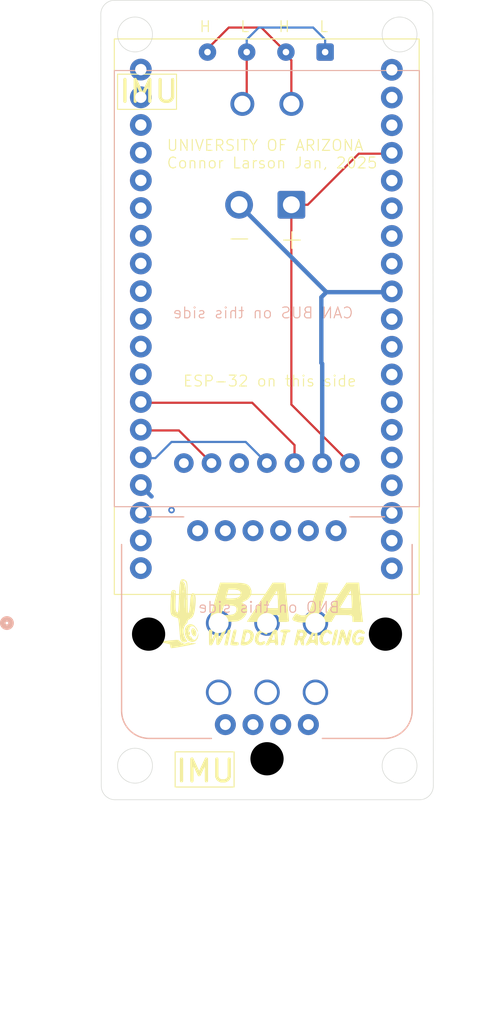
<source format=kicad_pcb>
(kicad_pcb (version 20240108) (generator "pcbnew") (generator_version "8.0")
  (layers (0 "F.Cu" signal) (31 "B.Cu" signal) (34 "B.Paste" user) (35 "F.Paste" user) (36 "B.SilkS" user "B.Silkscreen") (37 "F.SilkS" user "F.Silkscreen") (38 "B.Mask" user) (39 "F.Mask" user) (44 "Edge.Cuts" user))
  (net 0 "")
  (net 6 "GND")
  (net 7 "unconnected-(UNIT_1-TXD0-PadJ3-4)")
  (net 16 "SI")
  (net 26 "CS")
  (net 33 "+5v")
  (net 34 "SCK")
  (net 35 "SDA")
  (net 36 "SO")
  (net 37 "SCL")
  (net 44 "Low")
  (net 45 "High")
  (footprint "Connector_Wire:SolderWire-0.75sqmm_1x02_P4.8mm_D1.25mm_OD2.3mm" (layer "F.Cu") (at 131.75 76.5 180)
    (property "Reference" "J1" (hide yes))
    (property "Value" "Conn_01x02")
    (pad "1" thru_hole roundrect (at 0 0 180) (size 2.55 2.55) (drill 1.55) (layers "*.Cu" "*.Mask") (roundrect_rratio 0.098039) (net 33 "+5v"))
    (pad "2" thru_hole circle (at 4.8 0 180) (size 2.55 2.55) (drill 1.55) (layers "*.Cu" "*.Mask") (net 6 "GND"))
  )
  (footprint "BAJA SAE:Baja Logo" (layer "F.Cu") (at 129 114)
    (property "Reference" "G***" (hide yes))
    (property "Value" "LOGO" (hide yes))
    (fp_poly (pts (xy -6.150348 1.386464) (xy -6.047882 1.527298) (xy -5.981696 1.710629) (xy -5.972291 1.894405) (xy -5.978448 1.925236) (xy -6.052756 2.061477) (xy -6.163169 2.089719) (xy -6.284948 2.013076) (xy -6.375404 1.875262) (xy -6.439841 1.66625) (xy -6.434342 1.485397) (xy -6.365006 1.363829) (xy -6.268591 1.330174)) (fill solid) (layer "F.SilkS"))
    (fp_poly (pts (xy 6.957772 1.460167) (xy 7.000893 1.483375) (xy 7.016623 1.546401) (xy 7.004794 1.669164) (xy 6.965236 1.871582) (xy 6.89778 2.173575) (xy 6.88071 2.248628) (xy 6.811382 2.539312) (xy 6.755864 2.727888) (xy 6.704498 2.836742) (xy 6.647628 2.888258) (xy 6.59872 2.902286) (xy 6.4878 2.887686) (xy 6.460848 2.840987) (xy 6.473704 2.747978) (xy 6.508416 2.561267) (xy 6.559204 2.310781) (xy 6.602392 2.108152) (xy 6.668095 1.816411) (xy 6.719312 1.627234) (xy 6.765593 1.518802) (xy 6.816485 1.469297) (xy 6.881539 1.4569) (xy 6.887429 1.456858)) (fill solid) (layer "F.SilkS"))
    (fp_poly (pts (xy -2.822678 1.477591) (xy -2.808262 1.553555) (xy -2.812183 1.567706) (xy -2.839246 1.67266) (xy -2.8832 1.859133) (xy -2.936797 2.09447) (xy -2.992791 2.346015) (xy -3.043934 2.581116) (xy -3.082979 2.767117) (xy -3.102678 2.871364) (xy -3.10374 2.881374) (xy -3.158212 2.905475) (xy -3.266363 2.913716) (xy -3.383359 2.893443) (xy -3.401988 2.819312) (xy -3.39792 2.802868) (xy -3.371381 2.695621) (xy -3.325314 2.497498) (xy -3.267295 2.241373) (xy -3.230098 2.074439) (xy -3.165654 1.792866) (xy -3.115689 1.612884) (xy -3.069457 1.511936) (xy -3.016215 1.467465) (xy -2.945217 1.456916) (xy -2.935918 1.456858)) (fill solid) (layer "F.SilkS"))
    (fp_poly (pts (xy -2.346638 1.462554) (xy -2.303175 1.49419) (xy -2.292639 1.57359) (xy -2.314263 1.722575) (xy -2.367283 1.96297) (xy -2.401021 2.10611) (xy -2.517416 2.597007) (xy -2.303845 2.597007) (xy -2.157459 2.609929) (xy -2.099026 2.667304) (xy -2.090274 2.755361) (xy -2.098321 2.843123) (xy -2.142293 2.890506) (xy -2.251938 2.909904) (xy -2.457003 2.913712) (xy -2.470324 2.913716) (xy -2.712693 2.901845) (xy -2.833998 2.865773) (xy -2.850374 2.836581) (xy -2.837537 2.745507) (xy -2.802871 2.560476) (xy -2.752144 2.31117) (xy -2.70883 2.108152) (xy -2.643127 1.816411) (xy -2.59191 1.627234) (xy -2.545629 1.518802) (xy -2.494737 1.469297) (xy -2.429683 1.4569) (xy -2.423793 1.456858)) (fill solid) (layer "F.SilkS"))
    (fp_poly (pts (xy 0.355407 1.513633) (xy 0.443392 1.583541) (xy 0.54756 1.735184) (xy 0.550654 1.849614) (xy 0.47488 1.902403) (xy 0.342443 1.869121) (xy 0.247058 1.799528) (xy 0.098141 1.727697) (xy -0.045245 1.776957) (xy -0.17296 1.941798) (xy -0.223826 2.055366) (xy -0.284763 2.300847) (xy -0.270221 2.490533) (xy -0.190875 2.60739) (xy -0.057399 2.634384) (xy 0.098129 2.569119) (xy 0.211454 2.509435) (xy 0.284349 2.531512) (xy 0.324681 2.574942) (xy 0.368261 2.659187) (xy 0.322552 2.739776) (xy 0.260131 2.794292) (xy 0.049326 2.894385) (xy -0.186056 2.900905) (xy -0.395444 2.814512) (xy -0.430681 2.785279) (xy -0.571893 2.593057) (xy -0.6137 2.358739) (xy -0.56967 2.088771) (xy -0.452454 1.816995) (xy -0.278424 1.612165) (xy -0.070494 1.485709) (xy 0.148421 1.449056)) (fill solid) (layer "F.SilkS"))
    (fp_poly (pts (xy 2.455012 1.460389) (xy 2.586365 1.476268) (xy 2.645695 1.512426) (xy 2.660296 1.576793) (xy 2.66035 1.583541) (xy 2.622098 1.683843) (xy 2.506264 1.710224) (xy 2.432972 1.713375) (xy 2.379725 1.73687) (xy 2.336976 1.801777) (xy 2.295178 1.929164) (xy 2.244782 2.140095) (xy 2.183314 2.422818) (xy 2.126885 2.669055) (xy 2.079861 2.815891) (xy 2.028931 2.888555) (xy 1.960786 2.912278) (xy 1.924355 2.913716) (xy 1.8136 2.893279) (xy 1.796567 2.808646) (xy 1.803985 2.771197) (xy 1.894675 2.37571) (xy 1.959176 2.089808) (xy 2.000488 1.8998) (xy 2.02161 1.791995) (xy 2.025997 1.75773) (xy 1.972666 1.721517) (xy 1.874509 1.710224) (xy 1.764316 1.689117) (xy 1.749775 1.606875) (xy 1.755213 1.583541) (xy 1.787817 1.515898) (xy 1.860819 1.477535) (xy 2.00364 1.460508) (xy 2.224346 1.456858)) (fill solid) (layer "F.SilkS"))
    (fp_poly (pts (xy 6.205096 1.4923) (xy 6.356917 1.579925) (xy 6.468548 1.691676) (xy 6.506446 1.7995) (xy 6.495417 1.832218) (xy 6.396028 1.894352) (xy 6.26904 1.882874) (xy 6.184576 1.805237) (xy 6.100219 1.71743) (xy 5.97428 1.724556) (xy 5.83852 1.818257) (xy 5.763396 1.916085) (xy 5.670025 2.135006) (xy 5.64154 2.353717) (xy 5.680018 2.530775) (xy 5.72938 2.594485) (xy 5.842465 2.634712) (xy 5.973941 2.621813) (xy 6.066737 2.566721) (xy 6.080798 2.527169) (xy 6.125728 2.501538) (xy 6.205123 2.532403) (xy 6.293289 2.624702) (xy 6.264332 2.730865) (xy 6.123867 2.833372) (xy 6.106004 2.841794) (xy 5.839435 2.909628) (xy 5.606387 2.856038) (xy 5.476174 2.758241) (xy 5.350908 2.552172) (xy 5.319253 2.3055) (xy 5.368684 2.046792) (xy 5.486681 1.804615) (xy 5.66072 1.607537) (xy 5.87828 1.484126) (xy 6.046628 1.456858)) (fill solid) (layer "F.SilkS"))
    (fp_poly (pts (xy -1.024944 1.501421) (xy -0.822571 1.632283) (xy -0.714477 1.845199) (xy -0.696856 2.008218) (xy -0.752663 2.342767) (xy -0.910193 2.61271) (xy -1.155059 2.804103) (xy -1.472873 2.902999) (xy -1.631047 2.913617) (xy -1.806249 2.902678) (xy -1.885805 2.86154) (xy -1.900608 2.802868) (xy -1.887482 2.695842) (xy -1.855135 2.516204) (xy -1.566087 2.516204) (xy -1.555521 2.587209) (xy -1.470151 2.603361) (xy -1.345574 2.571932) (xy -1.217391 2.500198) (xy -1.144747 2.430111) (xy -1.045523 2.240956) (xy -1.01425 2.039455) (xy -1.051485 1.867257) (xy -1.135985 1.775794) (xy -1.263012 1.722621) (xy -1.346135 1.741367) (xy -1.404779 1.849848) (xy -1.458364 2.065878) (xy -1.459807 2.072813) (xy -1.505953 2.283908) (xy -1.546356 2.449647) (xy -1.566087 2.516204) (xy -1.855135 2.516204) (xy -1.851884 2.498149) (xy -1.799978 2.242524) (xy -1.763454 2.074439) (xy -1.625942 1.456858) (xy -1.316825 1.456858)) (fill solid) (layer "F.SilkS"))
    (fp_poly (pts (xy -7.654053 2.402296) (xy -7.581566 2.422053) (xy -7.554846 2.453547) (xy -7.481472 2.533546) (xy -7.336969 2.63141) (xy -7.276328 2.66441) (xy -7.114003 2.739091) (xy -7.009127 2.753137) (xy -6.910047 2.710302) (xy -6.882959 2.693004) (xy -6.744629 2.631889) (xy -6.592145 2.647756) (xy -6.533611 2.666556) (xy -6.340888 2.70434) (xy -6.168493 2.695843) (xy -6.049475 2.683125) (xy -6.030868 2.732256) (xy -6.096009 2.761441) (xy -6.262066 2.806111) (xy -6.504881 2.861618) (xy -6.800297 2.923312) (xy -7.124156 2.986546) (xy -7.4523 3.04667) (xy -7.760573 3.099035) (xy -8.024816 3.138994) (xy -8.220872 3.161897) (xy -8.28192 3.165433) (xy -8.339884 3.111051) (xy -8.361097 2.981548) (xy -8.369818 2.875834) (xy -8.415829 2.811557) (xy -8.5289 2.767868) (xy -8.725311 2.726489) (xy -8.963523 2.677714) (xy -9.180743 2.627779) (xy -9.279551 2.601781) (xy -9.469576 2.546598) (xy -9.279551 2.536449) (xy -9.1417 2.525849) (xy -8.911272 2.504754) (xy -8.621633 2.476328) (xy -8.338593 2.447166) (xy -8.012126 2.415019) (xy -7.79076 2.400007)) (fill solid) (layer "F.SilkS"))
    (fp_poly (pts (xy 9.207495 1.492935) (xy 9.37541 1.583063) (xy 9.48301 1.700087) (xy 9.501247 1.766789) (xy 9.45167 1.843228) (xy 9.337711 1.864441) (xy 9.211533 1.824864) (xy 9.179918 1.801055) (xy 9.028503 1.730662) (xy 8.877139 1.779111) (xy 8.742338 1.939636) (xy 8.715589 1.991327) (xy 8.639537 2.221473) (xy 8.630229 2.422378) (xy 8.676953 2.574111) (xy 8.768995 2.656737) (xy 8.895641 2.650323) (xy 9.021661 2.560812) (xy 9.111341 2.43708) (xy 9.088575 2.36285) (xy 8.98987 2.343641) (xy 8.888897 2.30952) (xy 8.879568 2.232793) (xy 8.943683 2.16178) (xy 9.075882 2.112808) (xy 9.231617 2.091225) (xy 9.36634 2.102378) (xy 9.4355 2.151615) (xy 9.437552 2.165809) (xy 9.405842 2.372543) (xy 9.32721 2.58937) (xy 9.224056 2.762192) (xy 9.167983 2.816836) (xy 8.961031 2.89987) (xy 8.731289 2.90188) (xy 8.533045 2.825121) (xy 8.489392 2.788643) (xy 8.357929 2.577212) (xy 8.318562 2.324919) (xy 8.359741 2.06068) (xy 8.469916 1.813412) (xy 8.637538 1.612034) (xy 8.851057 1.485463) (xy 9.021312 1.456858)) (fill solid) (layer "F.SilkS"))
    (fp_poly (pts (xy 5.020255 1.461094) (xy 5.075902 1.490704) (xy 5.10944 1.571035) (xy 5.13158 1.727438) (xy 5.152577 1.979426) (xy 5.179115 2.342223) (xy 5.191882 2.597467) (xy 5.189332 2.763698) (xy 5.16992 2.859457) (xy 5.132102 2.903283) (xy 5.07472 2.913716) (xy 4.96326 2.860216) (xy 4.922296 2.787032) (xy 4.860142 2.693914) (xy 4.718542 2.661192) (xy 4.676778 2.660349) (xy 4.476818 2.701378) (xy 4.385274 2.787032) (xy 4.299995 2.863591) (xy 4.184156 2.911837) (xy 4.086407 2.917976) (xy 4.053866 2.88099) (xy 4.08067 2.814998) (xy 4.153762 2.658936) (xy 4.262158 2.435732) (xy 4.304179 2.351063) (xy 4.636469 2.351063) (xy 4.699482 2.402436) (xy 4.750624 2.406982) (xy 4.827915 2.389735) (xy 4.864952 2.316822) (xy 4.874827 2.15649) (xy 4.874652 2.10611) (xy 4.871997 1.805237) (xy 4.750624 2.026932) (xy 4.653516 2.230771) (xy 4.636469 2.351063) (xy 4.304179 2.351063) (xy 4.394876 2.168316) (xy 4.402774 2.152561) (xy 4.551753 1.859899) (xy 4.660391 1.662891) (xy 4.742897 1.54285) (xy 4.813479 1.481094) (xy 4.886344 1.458936) (xy 4.93179 1.456858)) (fill solid) (layer "F.SilkS"))
    (fp_poly (pts (xy 5.89815 -2.848279) (xy 6.065337 -2.842738) (xy 6.14227 -2.834871) (xy 6.14414 -2.833356) (xy 6.127466 -2.770319) (xy 6.080685 -2.602689) (xy 6.008653 -2.347632) (xy 5.916231 -2.022317) (xy 5.808276 -1.643911) (xy 5.738362 -1.399549) (xy 5.582521 -0.867181) (xy 5.448838 -0.442981) (xy 5.32988 -0.111937) (xy 5.218217 0.140961) (xy 5.106415 0.330724) (xy 4.987042 0.472365) (xy 4.852667 0.580894) (xy 4.718953 0.659446) (xy 4.456025 0.750201) (xy 4.117854 0.80214) (xy 3.75023 0.813864) (xy 3.39894 0.783978) (xy 3.109773 0.711085) (xy 3.103741 0.708702) (xy 2.916407 0.615394) (xy 2.838881 0.514133) (xy 2.866817 0.380738) (xy 2.995866 0.191029) (xy 3.007933 0.17582) (xy 3.181857 -0.042153) (xy 3.412001 0.077931) (xy 3.687388 0.164257) (xy 3.965738 0.154053) (xy 4.207034 0.05142) (xy 4.280828 -0.011105) (xy 4.370625 -0.152893) (xy 4.478204 -0.414035) (xy 4.604411 -0.796755) (xy 4.686906 -1.076808) (xy 4.791264 -1.442091) (xy 4.89513 -1.804171) (xy 4.988072 -2.126776) (xy 5.059658 -2.373635) (xy 5.074036 -2.422818) (xy 5.19938 -2.850374) (xy 5.67176 -2.850374)) (fill solid) (layer "F.SilkS"))
    (fp_poly (pts (xy 3.894099 1.498215) (xy 4.083145 1.610966) (xy 4.173425 1.77813) (xy 4.155549 1.982728) (xy 4.026619 2.200148) (xy 3.925582 2.350187) (xy 3.896407 2.505876) (xy 3.908276 2.648399) (xy 3.924104 2.81556) (xy 3.902887 2.892472) (xy 3.831572 2.913277) (xy 3.806851 2.913716) (xy 3.716757 2.902912) (xy 3.660095 2.849956) (xy 3.616109 2.724027) (xy 3.582887 2.581172) (xy 3.524409 2.439744) (xy 3.449901 2.413998) (xy 3.37844 2.497896) (xy 3.332784 2.660349) (xy 3.287711 2.834899) (xy 3.217174 2.907642) (xy 3.176891 2.913716) (xy 3.059293 2.895195) (xy 3.02365 2.875852) (xy 3.003638 2.788899) (xy 3.008833 2.765004) (xy 3.031644 2.674952) (xy 3.074387 2.491645) (xy 3.130025 2.245607) (xy 3.168023 2.074439) (xy 3.18804 1.983634) (xy 3.484761 1.983634) (xy 3.514568 2.066056) (xy 3.626184 2.081717) (xy 3.65798 2.078646) (xy 3.788545 2.038213) (xy 3.831059 1.935394) (xy 3.83217 1.901117) (xy 3.789799 1.761824) (xy 3.713077 1.720695) (xy 3.579793 1.748595) (xy 3.499208 1.875276) (xy 3.484761 1.983634) (xy 3.18804 1.983634) (xy 3.304165 1.456858) (xy 3.615674 1.456858)) (fill solid) (layer "F.SilkS"))
    (fp_poly (pts (xy 7.519941 1.473388) (xy 7.583573 1.540112) (xy 7.644939 1.682729) (xy 7.707912 1.884414) (xy 7.833036 2.31197) (xy 7.926971 1.900249) (xy 7.986169 1.671561) (xy 8.04269 1.540953) (xy 8.111274 1.481026) (xy 8.159331 1.468288) (xy 8.23331 1.466029) (xy 8.276722 1.497477) (xy 8.289397 1.580839) (xy 8.271162 1.734318) (xy 8.221847 1.976121) (xy 8.151692 2.280299) (xy 8.081666 2.562673) (xy 8.025217 2.743494) (xy 7.972052 2.845621) (xy 7.911875 2.891914) (xy 7.871774 2.901901) (xy 7.789399 2.896721) (xy 7.728109 2.835418) (xy 7.669708 2.692006) (xy 7.62785 2.553521) (xy 7.551761 2.300162) (xy 7.496906 2.166361) (xy 7.452837 2.149017) (xy 7.409105 2.245031) (xy 7.355263 2.451303) (xy 7.350502 2.471231) (xy 7.289471 2.698643) (xy 7.232101 2.828492) (xy 7.162959 2.888447) (xy 7.1101 2.902286) (xy 6.999437 2.904345) (xy 6.967581 2.88578) (xy 6.980669 2.808443) (xy 7.015105 2.64041) (xy 7.063653 2.414399) (xy 7.119075 2.163129) (xy 7.174135 1.919319) (xy 7.221594 1.715687) (xy 7.254215 1.584953) (xy 7.259139 1.567706) (xy 7.343921 1.477923) (xy 7.437807 1.456858)) (fill solid) (layer "F.SilkS"))
    (fp_poly (pts (xy 1.354643 1.461107) (xy 1.408252 1.490275) (xy 1.441187 1.568989) (xy 1.463014 1.72188) (xy 1.483299 1.973576) (xy 1.486048 2.011097) (xy 1.50608 2.283217) (xy 1.523968 2.523392) (xy 1.536689 2.691114) (xy 1.53924 2.723691) (xy 1.519935 2.850691) (xy 1.41623 2.901256) (xy 1.409352 2.902286) (xy 1.297774 2.890286) (xy 1.266836 2.792935) (xy 1.266833 2.791438) (xy 1.246616 2.705406) (xy 1.163362 2.667712) (xy 1.017735 2.660349) (xy 0.841299 2.676609) (xy 0.751921 2.736097) (xy 0.728429 2.787032) (xy 0.635414 2.893488) (xy 0.534136 2.913716) (xy 0.417047 2.899876) (xy 0.38005 2.87437) (xy 0.407659 2.806122) (xy 0.482929 2.64883) (xy 0.594523 2.425558) (xy 0.619647 2.376593) (xy 0.950125 2.376593) (xy 1.000272 2.404116) (xy 1.106475 2.403165) (xy 1.202375 2.377878) (xy 1.224602 2.359476) (xy 1.233043 2.271944) (xy 1.21891 2.112313) (xy 1.210704 2.058603) (xy 1.168219 1.805237) (xy 1.059172 2.075721) (xy 0.994139 2.243066) (xy 0.955129 2.3551) (xy 0.950125 2.376593) (xy 0.619647 2.376593) (xy 0.731106 2.159368) (xy 0.738079 2.145941) (xy 0.891775 1.854899) (xy 1.004062 1.659122) (xy 1.089247 1.540101) (xy 1.161639 1.479327) (xy 1.235547 1.458294) (xy 1.270797 1.456858)) (fill solid) (layer "F.SilkS"))
    (fp_poly (pts (xy -6.196559 1.064439) (xy -6.132059 1.124314) (xy -5.957967 1.342816) (xy -5.851344 1.543801) (xy -5.827431 1.65614) (xy -5.852003 1.652915) (xy -5.915096 1.557717) (xy -5.96995 1.455688) (xy -6.117511 1.234224) (xy -6.268512 1.139083) (xy -6.42105 1.147257) (xy -6.547346 1.220507) (xy -6.606414 1.328987) (xy -6.60036 1.380724) (xy -6.622208 1.4788) (xy -6.690434 1.555069) (xy -6.759353 1.616623) (xy -6.723895 1.617452) (xy -6.706703 1.611785) (xy -6.619705 1.633497) (xy -6.561793 1.730203) (xy -6.55198 1.850616) (xy -6.589605 1.92766) (xy -6.648056 2.022723) (xy -6.59482 2.06697) (xy -6.544412 2.067401) (xy -6.444384 2.115999) (xy -6.392372 2.216957) (xy -6.356944 2.311557) (xy -6.338464 2.31197) (xy -6.301444 2.305729) (xy -6.237137 2.371583) (xy -6.168616 2.437605) (xy -6.144139 2.419089) (xy -6.093183 2.351865) (xy -6.051044 2.343641) (xy -5.97448 2.286062) (xy -5.892617 2.132102) (xy -5.860073 2.042768) (xy -5.762197 1.741895) (xy -5.789622 2.017323) (xy -5.865221 2.290842) (xy -6.014816 2.484979) (xy -6.215105 2.589105) (xy -6.442785 2.592591) (xy -6.674554 2.484809) (xy -6.725045 2.443995) (xy -6.886711 2.233518) (xy -7.001936 1.952264) (xy -7.052612 1.652928) (xy -7.047277 1.506297) (xy -6.966858 1.251405) (xy -6.815572 1.068919) (xy -6.619423 0.969694) (xy -6.404417 0.964583)) (fill solid) (layer "F.SilkS"))
    (fp_poly (pts (xy 9.113508 -1.314339) (xy 9.15553 -0.870088) (xy 9.195737 -0.453348) (xy 9.232009 -0.085463) (xy 9.262223 0.212219) (xy 9.284259 0.418353) (xy 9.292894 0.490898) (xy 9.328442 0.7601) (xy 8.84477 0.7601) (xy 8.361098 0.7601) (xy 8.361098 0.543584) (xy 8.357564 0.372839) (xy 8.333367 0.256555) (xy 8.268106 0.184323) (xy 8.141385 0.145731) (xy 7.932805 0.13037) (xy 7.62197 0.127828) (xy 7.546715 0.12794) (xy 6.809227 0.129197) (xy 6.621947 0.444648) (xy 6.434666 0.7601) (xy 5.941024 0.7601) (xy 5.709061 0.756339) (xy 5.53562 0.746364) (xy 5.451072 0.732135) (xy 5.447382 0.728244) (xy 5.481254 0.669866) (xy 5.577441 0.51864) (xy 5.7278 0.287001) (xy 5.924191 -0.012615) (xy 6.158469 -0.367774) (xy 6.283491 -0.556363) (xy 7.231505 -0.556363) (xy 7.280068 -0.53412) (xy 7.427833 -0.517033) (xy 7.647341 -0.507708) (xy 7.754074 -0.506733) (xy 8.297756 -0.506733) (xy 8.289888 -0.902619) (xy 8.278865 -1.193405) (xy 8.258843 -1.521688) (xy 8.242382 -1.724601) (xy 8.202744 -2.150698) (xy 7.727681 -1.378345) (xy 7.556261 -1.098633) (xy 7.409305 -0.856914) (xy 7.299323 -0.673911) (xy 7.238823 -0.570348) (xy 7.231505 -0.556363) (xy 6.283491 -0.556363) (xy 6.422494 -0.76604) (xy 6.629432 -1.076993) (xy 7.811483 -2.850374) (xy 8.390577 -2.850374) (xy 8.96967 -2.850374)) (fill solid) (layer "F.SilkS"))
    (fp_poly (pts (xy -4.528927 1.900249) (xy -4.546587 2.118165) (xy -4.551355 2.276389) (xy -4.54237 2.343195) (xy -4.540953 2.343641) (xy -4.504033 2.28919) (xy -4.436038 2.145188) (xy -4.350483 1.940661) (xy -4.334493 1.900249) (xy -4.227188 1.652049) (xy -4.138828 1.510218) (xy -4.058443 1.458024) (xy -4.043858 1.456858) (xy -3.982945 1.471561) (xy -3.947217 1.533105) (xy -3.92984 1.667645) (xy -3.923981 1.901333) (xy -3.923867 1.916085) (xy -3.920553 2.375312) (xy -3.741437 1.93192) (xy -3.640857 1.698504) (xy -3.560342 1.560187) (xy -3.480958 1.491538) (xy -3.396373 1.468486) (xy -3.27417 1.463558) (xy -3.230424 1.478675) (xy -3.254984 1.544866) (xy -3.321838 1.702644) (xy -3.420746 1.92832) (xy -3.540239 2.195476) (xy -3.677178 2.492022) (xy -3.778674 2.690145) (xy -3.857306 2.808649) (xy -3.925653 2.866341) (xy -3.996292 2.882025) (xy -3.999466 2.882045) (xy -4.080119 2.874069) (xy -4.123642 2.830947) (xy -4.139849 2.723882) (xy -4.138555 2.52408) (xy -4.137268 2.477717) (xy -4.136548 2.260122) (xy -4.153683 2.156251) (xy -4.194024 2.167768) (xy -4.262923 2.296338) (xy -4.36573 2.543624) (xy -4.368053 2.549501) (xy -4.458417 2.756742) (xy -4.535166 2.868338) (xy -4.619486 2.910452) (xy -4.662967 2.913716) (xy -4.727705 2.909846) (xy -4.770654 2.883861) (xy -4.796283 2.814192) (xy -4.809065 2.679271) (xy -4.813469 2.457532) (xy -4.813965 2.185287) (xy -4.813965 1.456858) (xy -4.649182 1.456858) (xy -4.484399 1.456858)) (fill solid) (layer "F.SilkS"))
    (fp_poly (pts (xy 1.901583 -2.848842) (xy 2.07498 -2.840407) (xy 2.169565 -2.819316) (xy 2.209274 -2.779813) (xy 2.21804 -2.716143) (xy 2.218139 -2.707856) (xy 2.224665 -2.606833) (xy 2.24237 -2.398933) (xy 2.269472 -2.103299) (xy 2.304188 -1.739073) (xy 2.344735 -1.325397) (xy 2.375954 -1.013467) (xy 2.419428 -0.57859) (xy 2.45831 -0.181679) (xy 2.490838 0.15861) (xy 2.515248 0.423623) (xy 2.529776 0.594704) (xy 2.533127 0.649252) (xy 2.517342 0.706428) (xy 2.452378 0.740009) (xy 2.312856 0.755921) (xy 2.073398 0.760093) (xy 2.058604 0.7601) (xy 1.583542 0.7601) (xy 1.583542 0.443391) (xy 1.583542 0.126683) (xy 0.820825 0.126683) (xy 0.058109 0.126683) (xy -0.138767 0.443391) (xy -0.335644 0.7601) (xy -0.832909 0.7601) (xy -1.06581 0.756365) (xy -1.240301 0.746455) (xy -1.326119 0.732307) (xy -1.330174 0.728244) (xy -1.296302 0.669866) (xy -1.200116 0.51864) (xy -1.049756 0.287001) (xy -0.853365 -0.012615) (xy -0.619087 -0.367774) (xy -0.495472 -0.55424) (xy 0.46346 -0.55424) (xy 0.508988 -0.532947) (xy 0.654129 -0.516589) (xy 0.871836 -0.507665) (xy 0.978058 -0.506733) (xy 1.5202 -0.506733) (xy 1.514651 -0.997631) (xy 1.506078 -1.288922) (xy 1.488956 -1.579552) (xy 1.467145 -1.805237) (xy 1.425187 -2.121945) (xy 0.958096 -1.361846) (xy 0.787752 -1.084461) (xy 0.641174 -0.845437) (xy 0.531154 -0.665655) (xy 0.47048 -0.565996) (xy 0.46346 -0.55424) (xy -0.495472 -0.55424) (xy -0.355062 -0.76604) (xy -0.148124 -1.076993) (xy 1.033927 -2.850374) (xy 1.625442 -2.850374)) (fill solid) (layer "F.SilkS"))
    (fp_poly (pts (xy -2.736844 -2.848983) (xy -2.250157 -2.842472) (xy -1.871799 -2.821218) (xy -1.583814 -2.780486) (xy -1.368241 -2.715538) (xy -1.207124 -2.621637) (xy -1.082504 -2.494047) (xy -1.015011 -2.39483) (xy -0.90904 -2.112351) (xy -0.918628 -1.824764) (xy -1.035136 -1.551917) (xy -1.249923 -1.313659) (xy -1.554349 -1.129838) (xy -1.568281 -1.123893) (xy -1.773813 -1.037473) (xy -1.586201 -0.898765) (xy -1.431989 -0.730925) (xy -1.326109 -0.518131) (xy -1.325536 -0.516231) (xy -1.303156 -0.234116) (xy -1.389864 0.04988) (xy -1.570405 0.3134) (xy -1.829524 0.534088) (xy -2.147232 0.68801) (xy -2.26154 0.707173) (xy -2.468765 0.72403) (xy -2.746456 0.738271) (xy -3.072164 0.749583) (xy -3.423438 0.757655) (xy -3.777828 0.762175) (xy -4.112884 0.762831) (xy -4.406156 0.759311) (xy -4.635194 0.751304) (xy -4.777547 0.738497) (xy -4.813965 0.725042) (xy -4.797311 0.657677) (xy -4.750886 0.487264) (xy -4.679991 0.232486) (xy -4.636904 0.079177) (xy -3.672955 0.079177) (xy -3.61648 0.110638) (xy -3.467999 0.126699) (xy -3.261077 0.128694) (xy -3.029281 0.117961) (xy -2.806178 0.095834) (xy -2.625333 0.06365) (xy -2.538196 0.034013) (xy -2.374969 -0.085156) (xy -2.296657 -0.249442) (xy -2.280299 -0.440888) (xy -2.3288 -0.596815) (xy -2.478104 -0.697827) (xy -2.733913 -0.746218) (xy -3.042117 -0.747562) (xy -3.445068 -0.728429) (xy -3.558581 -0.348379) (xy -3.618154 -0.142271) (xy -3.659581 0.013745) (xy -3.672955 0.079177) (xy -4.636904 0.079177) (xy -4.589927 -0.087972) (xy -4.485996 -0.455428) (xy -4.373499 -0.851198) (xy -4.257739 -1.256599) (xy -4.206016 -1.436867) (xy -3.230424 -1.436867) (xy -3.17346 -1.406392) (xy -3.025584 -1.392066) (xy -2.821319 -1.3923) (xy -2.595188 -1.405508) (xy -2.381715 -1.4301) (xy -2.215424 -1.46449) (xy -2.158146 -1.486186) (xy -2.01892 -1.582743) (xy -1.939596 -1.681392) (xy -1.899323 -1.898602) (xy -1.968613 -2.058573) (xy -2.149113 -2.162637) (xy -2.442472 -2.212126) (xy -2.602754 -2.216958) (xy -3.023705 -2.216958) (xy -3.127064 -1.848588) (xy -3.182015 -1.646066) (xy -3.219501 -1.495134) (xy -3.230424 -1.436867) (xy -4.206016 -1.436867) (xy -4.144017 -1.652948) (xy -4.037635 -2.02156) (xy -3.943894 -2.343753) (xy -3.920717 -2.422818) (xy -3.795134 -2.850374)) (fill solid) (layer "F.SilkS"))
    (fp_poly (pts (xy -7.052322 -3.122443) (xy -6.91528 -3.020481) (xy -6.871124 -2.968594) (xy -6.837542 -2.907989) (xy -6.813059 -2.821792) (xy -6.796201 -2.693129) (xy -6.785494 -2.505126) (xy -6.779464 -2.240909) (xy -6.776635 -1.883605) (xy -6.775541 -1.421105) (xy -6.774011 -0.953694) (xy -6.770308 -0.599936) (xy -6.763563 -0.34681) (xy -6.752909 -0.181293) (xy -6.737476 -0.090361) (xy -6.716397 -0.060992) (xy -6.688803 -0.080164) (xy -6.686341 -0.083335) (xy -6.639578 -0.207175) (xy -6.598199 -0.437851) (xy -6.565439 -0.755535) (xy -6.557132 -0.875106) (xy -6.529443 -1.257193) (xy -6.498134 -1.530448) (xy -6.458616 -1.711815) (xy -6.257773 -1.711815) (xy -6.244375 -1.646883) (xy -6.225796 -1.508436) (xy -6.208818 -1.287148) (xy -6.196674 -1.026853) (xy -6.195321 -0.981796) (xy -6.18143 -0.475063) (xy -6.160301 -1.030489) (xy -6.157776 -1.330755) (xy -6.173806 -1.55957) (xy -6.206454 -1.690668) (xy -6.209356 -1.695576) (xy -6.255967 -1.757146) (xy -6.257773 -1.711815) (xy -6.458616 -1.711815) (xy -6.458419 -1.71272) (xy -6.405511 -1.821854) (xy -6.334625 -1.875697) (xy -6.285413 -1.888333) (xy -6.160907 -1.850219) (xy -6.077939 -1.69458) (xy -6.036964 -1.423725) (xy -6.038434 -1.039963) (xy -6.061045 -0.744457) (xy -6.113796 -0.318504) (xy -6.181692 -0.001247) (xy -6.271879 0.225051) (xy -6.3915 0.378122) (xy -6.5477 0.475704) (xy -6.55358 0.478192) (xy -6.711201 0.566795) (xy -6.772965 0.675089) (xy -6.777556 0.731267) (xy -6.810704 0.865583) (xy -6.871012 0.926621) (xy -6.981109 1.024281) (xy -7.078686 1.202933) (xy -7.143165 1.417146) (xy -7.157606 1.559388) (xy -7.133882 1.770569) (xy -7.072737 2.009891) (xy -6.989208 2.233538) (xy -6.898332 2.397697) (xy -6.853813 2.444534) (xy -6.793791 2.506366) (xy -6.837435 2.559526) (xy -6.888659 2.588669) (xy -7.071474 2.653309) (xy -7.229006 2.61493) (xy -7.324793 2.548093) (xy -7.377683 2.49448) (xy -7.41796 2.417636) (xy -7.449533 2.296977) (xy -7.476313 2.11192) (xy -7.502208 1.841882) (xy -7.531129 1.466281) (xy -7.531659 1.45902) (xy -7.55908 1.119161) (xy -7.587871 0.824942) (xy -7.615408 0.599106) (xy -7.639066 0.464402) (xy -7.649509 0.43737) (xy -7.735567 0.392439) (xy -7.89093 0.333508) (xy -7.935784 0.318707) (xy -8.09621 0.257198) (xy -8.212486 0.17791) (xy -8.290497 0.061804) (xy -8.336128 -0.110157) (xy -8.355262 -0.357011) (xy -8.353784 -0.697794) (xy -8.343692 -1.000993) (xy -8.328044 -1.338895) (xy -8.309672 -1.637127) (xy -8.290494 -1.870104) (xy -8.272429 -2.012239) (xy -8.265965 -2.037871) (xy -8.257594 -2.048047) (xy -8.069655 -2.048047) (xy -8.031488 -1.966472) (xy -7.953964 -1.876686) (xy -7.917933 -1.893193) (xy -7.939563 -1.99253) (xy -8.006614 -2.078153) (xy -8.042937 -2.090275) (xy -8.069655 -2.048047) (xy -8.257594 -2.048047) (xy -8.165981 -2.159419) (xy -8.026165 -2.184669) (xy -7.93227 -2.139419) (xy -7.892833 -2.087373) (xy -7.868442 -1.995813) (xy -7.857725 -1.843549) (xy -7.85931 -1.609391) (xy -7.871824 -1.272149) (xy -7.87357 -1.233127) (xy -7.886523 -0.827651) (xy -7.882904 -0.535013) (xy -7.862207 -0.342394) (xy -7.835142 -0.255787) (xy -7.771367 -0.142584) (xy -7.720579 -0.091827) (xy -7.680641 -0.1132) (xy -7.649421 -0.216386) (xy -7.624782 -0.411068) (xy -7.60459 -0.70693) (xy -7.592507 -0.981796) (xy -7.069653 -0.981796) (xy -7.068257 -0.715259) (xy -7.064282 -0.539428) (xy -7.058274 -0.464867) (xy -7.050778 -0.502137) (xy -7.047434 -0.551605) (xy -7.038784 -0.839902) (xy -7.040175 -1.167332) (xy -7.047233 -1.375047) (xy -7.055099 -1.473674) (xy -7.06177 -1.455147) (xy -7.066702 -1.328989) (xy -7.069351 -1.104728) (xy -7.069653 -0.981796) (xy -7.592507 -0.981796) (xy -7.58671 -1.113655) (xy -7.575613 -1.432965) (xy -7.555948 -1.953546) (xy -7.551815 -2.026933) (xy -7.14291 -2.026933) (xy -7.136306 -1.911694) (xy -7.119864 -1.898113) (xy -7.113943 -1.916085) (xy -7.104092 -2.076734) (xy -7.113943 -2.137781) (xy -7.132302 -2.157494) (xy -7.142298 -2.069909) (xy -7.14291 -2.026933) (xy -7.551815 -2.026933) (xy -7.533015 -2.360725) (xy -7.503928 -2.667781) (xy -7.4658 -2.887994) (xy -7.418877 -3.025468) (xy -7.272933 -3.025468) (xy -7.217923 -2.979755) (xy -7.199177 -2.968663) (xy -7.073577 -2.847366) (xy -6.983583 -2.643111) (xy -6.925953 -2.34339) (xy -6.897445 -1.935695) (xy -6.894102 -1.791436) (xy -6.887955 -1.541108) (xy -6.878822 -1.371105) (xy -6.867959 -1.297137) (xy -6.857179 -1.330175) (xy -6.847749 -1.488645) (xy -6.844232 -1.734014) (xy -6.846885 -2.026621) (xy -6.85148 -2.206331) (xy -6.864372 -2.51007) (xy -6.882958 -2.712644) (xy -6.912176 -2.839573) (xy -6.956965 -2.916374) (xy -6.995523 -2.950596) (xy -7.132507 -3.021303) (xy -7.217218 -3.038473) (xy -7.272933 -3.025468) (xy -7.418877 -3.025468) (xy -7.415745 -3.034645) (xy -7.350875 -3.121014) (xy -7.268306 -3.160381) (xy -7.198691 -3.167082)) (fill solid) (layer "F.SilkS"))
  )
  (footprint "Connector_Wire:SolderWire-0.1sqmm_1x04_P3.6mm_D0.4mm_OD1mm" (layer "F.Cu") (at 134.85 62.5 180)
    (property "Reference" "J2" (hide yes))
    (property "Value" "CAN to outer connector" (hide yes))
    (pad "1" thru_hole roundrect (at 0 0 180) (size 1.6 1.6) (drill 0.6) (layers "*.Cu" "*.Mask") (roundrect_rratio 0.15625) (net 44 "Low"))
    (pad "2" thru_hole circle (at 3.6 0 180) (size 1.6 1.6) (drill 0.6) (layers "*.Cu" "*.Mask") (net 45 "High"))
    (pad "3" thru_hole circle (at 7.2 0 180) (size 1.6 1.6) (drill 0.6) (layers "*.Cu" "*.Mask") (net 44 "Low"))
    (pad "4" thru_hole circle (at 10.8 0 180) (size 1.6 1.6) (drill 0.6) (layers "*.Cu" "*.Mask") (net 45 "High"))
  )
  (footprint "0_DT13-6P:CONN6_DT13-6P_TEC" (layer "F.Cu") (at 125.0696 114.8588 180)
    (property "Reference" "J1" (hide yes))
    (property "Value" "DT13-6P")
    (fp_circle (center 19.431 0) (end 19.812 0) (stroke (width 0.508)) (fill none) (layer "B.SilkS"))
    (pad "" np_thru_hole circle (at -15.3162 -1.016 180) (size 3.048 3.048) (drill 3.048) (layers))
    (pad "" np_thru_hole circle (at -4.445 -12.446 180) (size 3.048 3.048) (drill 3.048) (layers))
    (pad "" np_thru_hole circle (at 6.4262 -1.016 180) (size 3.048 3.048) (drill 3.048) (layers))
    (pad "1" thru_hole circle (at 0 0 180) (size 2.3368 2.3368) (drill 1.8288) (layers "*.Cu" "*.Mask") (net 33 "+5v"))
    (pad "2" thru_hole circle (at -4.445 0 180) (size 2.3368 2.3368) (drill 1.8288) (layers "*.Cu" "*.Mask") (net 6 "GND"))
    (pad "3" thru_hole circle (at -8.89 0 180) (size 2.3368 2.3368) (drill 1.8288) (layers "*.Cu" "*.Mask") (net 44 "Low"))
    (pad "4" thru_hole circle (at -8.89 -6.35 180) (size 2.3368 2.3368) (drill 1.8288) (layers "*.Cu" "*.Mask") (net 45 "High"))
    (pad "5" thru_hole circle (at -4.445 -6.35 180) (size 2.3368 2.3368) (drill 1.8288) (layers "*.Cu" "*.Mask") (net 44 "Low"))
    (pad "6" thru_hole circle (at 0 -6.35 180) (size 2.3368 2.3368) (drill 1.8288) (layers "*.Cu" "*.Mask") (net 45 "High"))
  )
  (footprint "BAJA SAE:MODULE_ESP32-DEVKITC-32D" (layer "F.Cu") (at 129.2106 90.9146 180)
    (property "Reference" "UNIT_1" (hide yes))
    (property "Value" "ESP32-DEVKITC-32D" (hide yes))
    (fp_rect (start -14.27 -21.32) (end 13.7128 29.62) (stroke (width 0.1)) (fill none) (layer "F.SilkS"))
    (pad "J2-1" thru_hole circle (at -11.76 -18.93 180) (size 2 2) (drill 1.04) (layers "*.Cu" "*.Mask"))
    (pad "J2-2" thru_hole circle (at -11.76 -16.39 180) (size 2 2) (drill 1.04) (layers "*.Cu" "*.Mask"))
    (pad "J2-3" thru_hole circle (at -11.76 -13.85 180) (size 2 2) (drill 1.04) (layers "*.Cu" "*.Mask"))
    (pad "J2-4" thru_hole circle (at -11.76 -11.31 180) (size 2 2) (drill 1.04) (layers "*.Cu" "*.Mask"))
    (pad "J2-5" thru_hole circle (at -11.76 -8.77 180) (size 2 2) (drill 1.04) (layers "*.Cu" "*.Mask"))
    (pad "J2-6" thru_hole circle (at -11.76 -6.23 180) (size 2 2) (drill 1.04) (layers "*.Cu" "*.Mask"))
    (pad "J2-7" thru_hole circle (at -11.76 -3.69 180) (size 2 2) (drill 1.04) (layers "*.Cu" "*.Mask"))
    (pad "J2-8" thru_hole circle (at -11.76 -1.15 180) (size 2 2) (drill 1.04) (layers "*.Cu" "*.Mask"))
    (pad "J2-9" thru_hole circle (at -11.76 1.39 180) (size 2 2) (drill 1.04) (layers "*.Cu" "*.Mask"))
    (pad "J2-10" thru_hole circle (at -11.76 3.93 180) (size 2 2) (drill 1.04) (layers "*.Cu" "*.Mask"))
    (pad "J2-11" thru_hole circle (at -11.76 6.47 180) (size 2 2) (drill 1.04) (layers "*.Cu" "*.Mask"))
    (pad "J2-12" thru_hole circle (at -11.76 9.01 180) (size 2 2) (drill 1.04) (layers "*.Cu" "*.Mask"))
    (pad "J2-13" thru_hole circle (at -11.76 11.55 180) (size 2 2) (drill 1.04) (layers "*.Cu" "*.Mask"))
    (pad "J2-14" thru_hole circle (at -11.76 14.09 180) (size 2 2) (drill 1.04) (layers "*.Cu" "*.Mask") (net 6 "GND"))
    (pad "J2-15" thru_hole circle (at -11.76 16.63 180) (size 2 2) (drill 1.04) (layers "*.Cu" "*.Mask"))
    (pad "J2-16" thru_hole circle (at -11.76 19.17 180) (size 2 2) (drill 1.04) (layers "*.Cu" "*.Mask"))
    (pad "J2-17" thru_hole circle (at -11.76 21.71 180) (size 2 2) (drill 1.04) (layers "*.Cu" "*.Mask"))
    (pad "J2-18" thru_hole circle (at -11.76 24.25 180) (size 2 2) (drill 1.04) (layers "*.Cu" "*.Mask"))
    (pad "J2-19" thru_hole circle (at -11.76 26.79 180) (size 2 2) (drill 1.04) (layers "*.Cu" "*.Mask") (net 33 "+5v"))
    (pad "J3-1" thru_hole circle (at 11.28 -18.91 180) (size 2 2) (drill 1.04) (layers "*.Cu" "*.Mask") (net 6 "GND"))
    (pad "J3-2" thru_hole circle (at 11.28 -16.37 180) (size 2 2) (drill 1.04) (layers "*.Cu" "*.Mask") (net 16 "SI"))
    (pad "J3-3" thru_hole circle (at 11.28 -13.83 180) (size 2 2) (drill 1.04) (layers "*.Cu" "*.Mask") (net 37 "SCL"))
    (pad "J3-4" thru_hole circle (at 11.28 -11.29 180) (size 2 2) (drill 1.04) (layers "*.Cu" "*.Mask") (net 7 "unconnected-(UNIT_1-TXD0-PadJ3-4)"))
    (pad "J3-5" thru_hole circle (at 11.28 -8.75 180) (size 2 2) (drill 1.04) (layers "*.Cu" "*.Mask"))
    (pad "J3-6" thru_hole circle (at 11.28 -6.21 180) (size 2 2) (drill 1.04) (layers "*.Cu" "*.Mask") (net 35 "SDA"))
    (pad "J3-7" thru_hole circle (at 11.28 -3.67 180) (size 2 2) (drill 1.04) (layers "*.Cu" "*.Mask") (net 6 "GND"))
    (pad "J3-8" thru_hole circle (at 11.28 -1.13 180) (size 2 2) (drill 1.04) (layers "*.Cu" "*.Mask") (net 36 "SO"))
    (pad "J3-9" thru_hole circle (at 11.28 1.41 180) (size 2 2) (drill 1.04) (layers "*.Cu" "*.Mask") (net 34 "SCK"))
    (pad "J3-10" thru_hole circle (at 11.28 3.95 180) (size 2 2) (drill 1.04) (layers "*.Cu" "*.Mask") (net 26 "CS"))
    (pad "J3-11" thru_hole circle (at 11.28 6.49 180) (size 2 2) (drill 1.04) (layers "*.Cu" "*.Mask"))
    (pad "J3-12" thru_hole circle (at 11.28 9.03 180) (size 2 2) (drill 1.04) (layers "*.Cu" "*.Mask"))
    (pad "J3-13" thru_hole circle (at 11.28 11.57 180) (size 2 2) (drill 1.04) (layers "*.Cu" "*.Mask"))
    (pad "J3-14" thru_hole circle (at 11.28 14.11 180) (size 2 2) (drill 1.04) (layers "*.Cu" "*.Mask"))
    (pad "J3-15" thru_hole circle (at 11.28 16.65 180) (size 2 2) (drill 1.04) (layers "*.Cu" "*.Mask"))
    (pad "J3-16" thru_hole circle (at 11.28 19.19 180) (size 2 2) (drill 1.04) (layers "*.Cu" "*.Mask"))
    (pad "J3-17" thru_hole circle (at 11.28 21.73 180) (size 2 2) (drill 1.04) (layers "*.Cu" "*.Mask"))
    (pad "J3-18" thru_hole circle (at 11.28 24.27 180) (size 2 2) (drill 1.04) (layers "*.Cu" "*.Mask"))
    (pad "J3-19" thru_hole circle (at 11.28 26.81 180) (size 2 2) (drill 1.04) (layers "*.Cu" "*.Mask"))
  )
  (footprint "BAJA SAE:HiLetgo CAN Bus (Facing Up)" (layer "B.Cu") (at 127.1 90.24 90)
    (property "Reference" "CAN Bus (Facing UP)" (hide yes))
    (property "Value" "HiLetgo CAN Bus (Facing Up)" (hide yes))
    (fp_rect (start -13.95 16.4) (end 26.05 -11.6) (stroke (width 0.1)) (fill none) (layer "B.SilkS"))
    (pad "1" thru_hole circle (at -9.95 -5.22 270) (size 1.8 1.8) (drill 0.9) (layers "*.Cu" "*.Mask"))
    (pad "2" thru_hole circle (at -9.95 -2.68 270) (size 1.8 1.8) (drill 0.9) (layers "*.Cu" "*.Mask") (net 34 "SCK"))
    (pad "3" thru_hole circle (at -9.95 -0.14 270) (size 1.8 1.8) (drill 0.9) (layers "*.Cu" "*.Mask") (net 16 "SI"))
    (pad "4" thru_hole circle (at -9.95 2.4 270) (size 1.8 1.8) (drill 0.9) (layers "*.Cu" "*.Mask") (net 36 "SO"))
    (pad "5" thru_hole circle (at -9.95 4.94 270) (size 1.8 1.8) (drill 0.9) (layers "*.Cu" "*.Mask") (net 26 "CS"))
    (pad "6" thru_hole circle (at -9.95 7.48 270) (size 1.8 1.8) (drill 0.9) (layers "*.Cu" "*.Mask") (net 6 "GND"))
    (pad "7" thru_hole circle (at -9.95 10.02 270) (size 1.8 1.8) (drill 0.9) (layers "*.Cu" "*.Mask") (net 33 "+5v"))
    (pad "8" thru_hole circle (at 22.99 4.65 270) (size 2.2 2.2) (drill 1.5) (layers "*.Cu" "*.Mask") (net 45 "High"))
    (pad "9" thru_hole circle (at 22.99 0.15 270) (size 2.2 2.2) (drill 1.5) (layers "*.Cu" "*.Mask") (net 44 "Low"))
  )
  (footprint "BAJA SAE:MODULE_2472" (layer "B.Cu") (at 129.5 115.28)
    (property "Reference" "UNIT_3" (hide yes))
    (property "Value" "BNO055")
    (fp_line (start -13.335 7.62) (end -13.335 -7.62) (stroke (width 0.127)) (layer "B.SilkS"))
    (fp_line (start -10.795 -10.16) (end -7.6352 -10.16) (stroke (width 0.127)) (layer "B.SilkS"))
    (fp_line (start -5.0952 10.16) (end -10.795 10.16) (stroke (width 0.127)) (layer "B.SilkS"))
    (fp_line (start 7.6352 -10.16) (end 10.795 -10.16) (stroke (width 0.127)) (layer "B.SilkS"))
    (fp_line (start 10.795 10.16) (end 5.0952 10.16) (stroke (width 0.127)) (layer "B.SilkS"))
    (fp_line (start 13.335 -7.62) (end 13.335 7.62) (stroke (width 0.127)) (layer "B.SilkS"))
    (fp_arc (start -10.795 10.16) (mid -12.591051 9.416051) (end -13.335 7.62) (stroke (width 0.127)) (layer "B.SilkS"))
    (fp_arc (start 13.335 7.62) (mid 12.591051 9.416051) (end 10.795 10.16) (stroke (width 0.127)) (layer "B.SilkS"))
    (pad "1" thru_hole circle (at -6.35 -8.89) (size 1.9304 1.9304) (drill 1) (layers "*.Cu" "*.Mask") (net 33 "+5v"))
    (pad "2" thru_hole circle (at -3.81 -8.89) (size 1.9304 1.9304) (drill 1) (layers "*.Cu" "*.Mask"))
    (pad "3" thru_hole circle (at -1.27 -8.89) (size 1.9304 1.9304) (drill 1) (layers "*.Cu" "*.Mask") (net 6 "GND"))
    (pad "4" thru_hole circle (at 1.27 -8.89) (size 1.9304 1.9304) (drill 1) (layers "*.Cu" "*.Mask") (net 35 "SDA"))
    (pad "5" thru_hole circle (at 3.81 -8.89) (size 1.9304 1.9304) (drill 1) (layers "*.Cu" "*.Mask") (net 37 "SCL"))
    (pad "6" thru_hole circle (at 6.35 -8.89) (size 1.9304 1.9304) (drill 1) (layers "*.Cu" "*.Mask"))
    (pad "7" thru_hole circle (at 3.81 8.89) (size 1.9304 1.9304) (drill 1) (layers "*.Cu" "*.Mask"))
    (pad "8" thru_hole circle (at 1.27 8.89) (size 1.9304 1.9304) (drill 1) (layers "*.Cu" "*.Mask"))
    (pad "9" thru_hole circle (at -1.27 8.89) (size 1.9304 1.9304) (drill 1) (layers "*.Cu" "*.Mask"))
    (pad "10" thru_hole circle (at -3.81 8.89) (size 1.9304 1.9304) (drill 1) (layers "*.Cu" "*.Mask"))
  )
  (gr_rect (start 121.0818 126.6698) (end 126.492 129.8956) (stroke (width 0.1)) (fill none) (layer "F.SilkS"))
  (gr_rect (start 115.7949 64.5242) (end 121.2051 67.75) (stroke (width 0.1)) (fill none) (layer "F.SilkS"))
  (gr_line (start 114.26 59.02) (end 114.3 129.794) (stroke (width 0.05)) (layer "Edge.Cuts"))
  (gr_line (start 115.53 57.75) (end 143.47 57.75) (stroke (width 0.05)) (layer "Edge.Cuts"))
  (gr_circle (center 141.6812 127.9396) (end 143.2812 127.9396) (stroke (width 0.05)) (fill none) (layer "Edge.Cuts"))
  (gr_circle (center 117.3988 127.9396) (end 118.9988 127.9396) (stroke (width 0.05)) (fill none) (layer "Edge.Cuts"))
  (gr_arc (start 144.78 129.794) (mid 144.408026 130.692026) (end 143.51 131.064) (stroke (width 0.05)) (layer "Edge.Cuts"))
  (gr_circle (center 141.6812 60.8836) (end 143.2812 60.8836) (stroke (width 0.05)) (fill none) (layer "Edge.Cuts"))
  (gr_arc (start 115.57 131.064) (mid 114.671974 130.692026) (end 114.3 129.794) (stroke (width 0.05)) (layer "Edge.Cuts"))
  (gr_line (start 144.78 129.794) (end 144.74 59.02) (stroke (width 0.05)) (layer "Edge.Cuts"))
  (gr_arc (start 114.258026 59.018026) (mid 114.63 58.12) (end 115.528026 57.748026) (stroke (width 0.05)) (layer "Edge.Cuts"))
  (gr_circle (center 117.3988 60.8836) (end 118.9988 60.8836) (stroke (width 0.05)) (fill none) (layer "Edge.Cuts"))
  (gr_arc (start 143.47 57.75) (mid 144.368026 58.121974) (end 144.74 59.02) (stroke (width 0.05)) (layer "Edge.Cuts"))
  (gr_line (start 115.57 131.064) (end 143.51 131.064) (stroke (width 0.05)) (layer "Edge.Cuts"))
  (gr_text "CAN BUS on this side" (at 137.5 87 0) (layer "B.SilkS") (effects (font (size 1 1) (thickness 0.1)) (justify left bottom mirror)))
  (gr_text "BNO on this side" (at 136.25 114 0) (layer "B.SilkS") (effects (font (size 1 1) (thickness 0.1)) (justify left bottom mirror)))
  (gr_text "-" (at 125.674 80.6484 0) (layer "F.SilkS") (effects (font (size 2 2) (thickness 0.1)) (justify left bottom)))
  (gr_text "L" (at 127 60.75 0) (layer "F.SilkS") (effects (font (size 1 1) (thickness 0.1)) (justify left bottom)))
  (gr_text "UNIVERSITY OF ARIZONA\nConnor Larson Jan, 2025" (at 120.25 73.25 0) (layer "F.SilkS") (effects (font (size 1 1) (thickness 0.1)) (justify left bottom)))
  (gr_text "+" (at 130.5 80.75 0) (layer "F.SilkS") (effects (font (size 2 2) (thickness 0.1)) (justify left bottom)))
  (gr_text "H" (at 123.25 60.75 0) (layer "F.SilkS") (effects (font (size 1 1) (thickness 0.1)) (justify left bottom)))
  (gr_text "L" (at 134.25 60.75 0) (layer "F.SilkS") (effects (font (size 1 1) (thickness 0.1)) (justify left bottom)))
  (gr_text "ESP-32 on this side" (at 121.75 93.25 0) (layer "F.SilkS") (effects (font (size 1 1) (thickness 0.1)) (justify left bottom)))
  (gr_text "IMU" (at 115.7949 67.2742 0) (layer "F.SilkS") (effects (font (size 2 2) (thickness 0.3) (bold yes)) (justify left bottom)))
  (gr_text "H" (at 130.5 60.75 0) (layer "F.SilkS") (effects (font (size 1 1) (thickness 0.1)) (justify left bottom)))
  (gr_text "IMU" (at 120.9929 129.5908 0) (layer "F.SilkS") (effects (font (size 2 2) (thickness 0.3) (bold yes)) (justify left bottom)))
  (segment (start 134.966 84.516) (end 126.95 76.5) (width 0.4) (layer "B.Cu") (net 6))
  (segment (start 134.58 91.08) (end 134.58 100.19) (width 0.4) (layer "B.Cu") (net 6))
  (segment (start 134.5 84.982) (end 134.5 91) (width 0.4) (layer "B.Cu") (net 6))
  (segment (start 140.9814 84.516) (end 134.966 84.516) (width 0.4) (layer "B.Cu") (net 6))
  (segment (start 134.5 91) (end 134.58 91.08) (width 0.4) (layer "B.Cu") (net 6))
  (segment (start 134.966 84.516) (end 134.5 84.982) (width 0.4) (layer "B.Cu") (net 6))
  (segment (start 118.9154 103.25) (end 117.9414 102.276) (width 0.4) (layer "B.Cu") (net 7))
  (via (at 120.75 104.5) (size 0.6) (drill 0.3) (layers "F.Cu" "B.Cu") (net 16))
  (segment (start 132.04 100.19) (end 132.04 98.54) (width 0.2) (layer "F.Cu") (net 26))
  (segment (start 128.156 94.656) (end 117.9414 94.656) (width 0.2) (layer "F.Cu") (net 26))
  (segment (start 132.04 98.54) (end 128.156 94.656) (width 0.2) (layer "F.Cu") (net 26))
  (segment (start 131.75 76.5) (end 131.75 94.82) (width 0.2) (layer "F.Cu") (net 33))
  (segment (start 133.25 76.5) (end 137.934 71.816) (width 0.2) (layer "F.Cu") (net 33))
  (segment (start 131.75 76.5) (end 133.25 76.5) (width 0.2) (layer "F.Cu") (net 33))
  (segment (start 131.75 94.82) (end 137.12 100.19) (width 0.2) (layer "F.Cu") (net 33))
  (segment (start 137.934 71.816) (end 140.9814 71.816) (width 0.2) (layer "F.Cu") (net 33))
  (segment (start 124.42 100.19) (end 121.426 97.196) (width 0.2) (layer "F.Cu") (net 34))
  (segment (start 121.426 97.196) (end 117.9414 97.196) (width 0.2) (layer "F.Cu") (net 34))
  (segment (start 120.75 98.25) (end 119.264 99.736) (width 0.2) (layer "B.Cu") (net 36))
  (segment (start 129.5 100.19) (end 127.56 98.25) (width 0.2) (layer "B.Cu") (net 36))
  (segment (start 127.56 98.25) (end 120.75 98.25) (width 0.2) (layer "B.Cu") (net 36))
  (segment (start 119.264 99.736) (end 117.9414 99.736) (width 0.2) (layer "B.Cu") (net 36))
  (segment (start 127.65 62.5) (end 127.65 66.85) (width 0.2) (layer "F.Cu") (net 44))
  (segment (start 127.65 66.85) (end 127.25 67.25) (width 0.2) (layer "F.Cu") (net 44))
  (segment (start 128.75 60.25) (end 127.65 61.35) (width 0.2) (layer "B.Cu") (net 44))
  (segment (start 134.85 61.35) (end 133.75 60.25) (width 0.2) (layer "B.Cu") (net 44))
  (segment (start 133.75 60.25) (end 128.75 60.25) (width 0.2) (layer "B.Cu") (net 44))
  (segment (start 134.85 62.5) (end 134.85 61.35) (width 0.2) (layer "B.Cu") (net 44))
  (segment (start 127.65 61.35) (end 127.65 62.5) (width 0.2) (layer "B.Cu") (net 44))
  (segment (start 129 60.25) (end 131.25 62.5) (width 0.2) (layer "F.Cu") (net 45))
  (segment (start 124.05 62.5) (end 124.05 62.2) (width 0.2) (layer "F.Cu") (net 45))
  (segment (start 131.25 62.5) (end 131.25 62.75) (width 0.2) (layer "F.Cu") (net 45))
  (segment (start 131.75 63.25) (end 131.75 67.25) (width 0.2) (layer "F.Cu") (net 45))
  (segment (start 124.05 62.2) (end 126 60.25) (width 0.2) (layer "F.Cu") (net 45))
  (segment (start 126 60.25) (end 129 60.25) (width 0.2) (layer "F.Cu") (net 45))
  (segment (start 131.25 62.75) (end 131.75 63.25) (width 0.2) (layer "F.Cu") (net 45))
)
</source>
